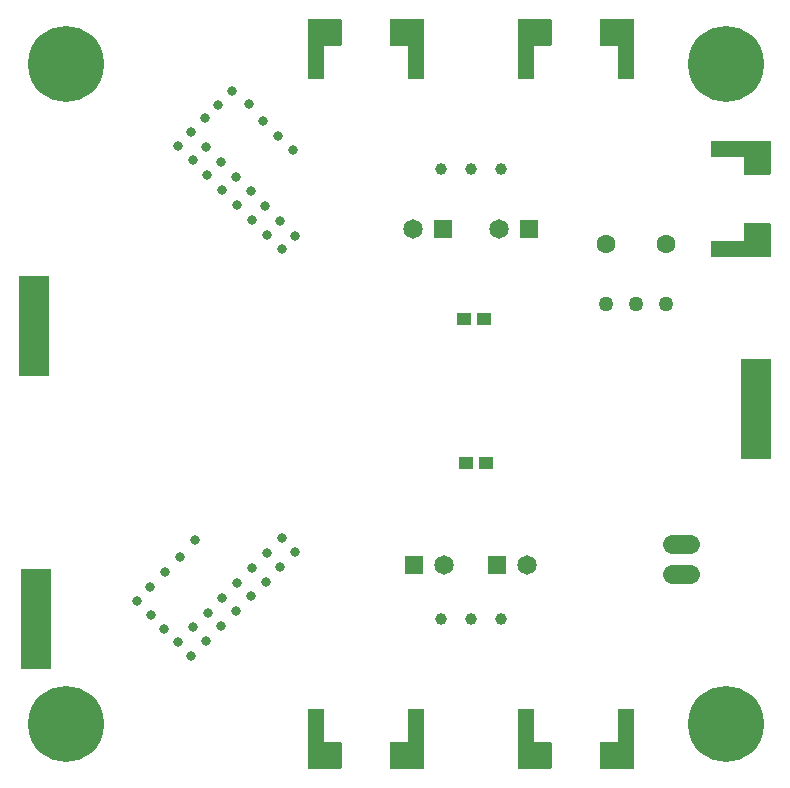
<source format=gbs>
G04 EAGLE Gerber RS-274X export*
G75*
%MOMM*%
%FSLAX34Y34*%
%LPD*%
%INSoldermask Bottom*%
%IPPOS*%
%AMOC8*
5,1,8,0,0,1.08239X$1,22.5*%
G01*
%ADD10R,1.176200X1.076200*%
%ADD11R,5.156200X1.346200*%
%ADD12R,1.346200X5.156200*%
%ADD13C,0.990600*%
%ADD14C,1.276200*%
%ADD15C,1.606200*%
%ADD16R,2.616200X8.458200*%
%ADD17C,1.576200*%
%ADD18R,1.646200X1.646200*%
%ADD19C,1.646200*%
%ADD20C,0.838200*%
%ADD21C,6.426200*%

G36*
X337557Y597043D02*
X337557Y597043D01*
X337676Y597050D01*
X337714Y597063D01*
X337755Y597068D01*
X337865Y597111D01*
X337978Y597148D01*
X338013Y597170D01*
X338050Y597185D01*
X338146Y597255D01*
X338247Y597318D01*
X338275Y597348D01*
X338308Y597371D01*
X338384Y597463D01*
X338465Y597550D01*
X338485Y597585D01*
X338510Y597616D01*
X338561Y597724D01*
X338619Y597828D01*
X338629Y597868D01*
X338646Y597904D01*
X338668Y598021D01*
X338698Y598136D01*
X338702Y598197D01*
X338706Y598217D01*
X338704Y598237D01*
X338708Y598297D01*
X338708Y633730D01*
X338693Y633848D01*
X338686Y633967D01*
X338673Y634005D01*
X338668Y634046D01*
X338625Y634156D01*
X338588Y634269D01*
X338566Y634304D01*
X338551Y634341D01*
X338482Y634437D01*
X338418Y634538D01*
X338388Y634566D01*
X338365Y634599D01*
X338273Y634675D01*
X338186Y634756D01*
X338151Y634776D01*
X338120Y634801D01*
X338012Y634852D01*
X337908Y634910D01*
X337868Y634920D01*
X337832Y634937D01*
X337715Y634959D01*
X337600Y634989D01*
X337540Y634993D01*
X337520Y634997D01*
X337499Y634995D01*
X337439Y634999D01*
X313690Y634999D01*
X313572Y634984D01*
X313453Y634977D01*
X313415Y634964D01*
X313374Y634959D01*
X313264Y634916D01*
X313151Y634879D01*
X313116Y634857D01*
X313079Y634842D01*
X312983Y634773D01*
X312882Y634709D01*
X312854Y634679D01*
X312821Y634656D01*
X312746Y634564D01*
X312664Y634477D01*
X312644Y634442D01*
X312619Y634411D01*
X312568Y634303D01*
X312510Y634199D01*
X312500Y634159D01*
X312483Y634123D01*
X312461Y634006D01*
X312431Y633891D01*
X312427Y633831D01*
X312423Y633811D01*
X312425Y633790D01*
X312421Y633730D01*
X312421Y613410D01*
X312436Y613292D01*
X312443Y613173D01*
X312456Y613135D01*
X312461Y613094D01*
X312504Y612984D01*
X312541Y612871D01*
X312563Y612836D01*
X312578Y612799D01*
X312648Y612703D01*
X312711Y612602D01*
X312741Y612574D01*
X312764Y612541D01*
X312856Y612466D01*
X312943Y612384D01*
X312978Y612364D01*
X313009Y612339D01*
X313117Y612288D01*
X313221Y612230D01*
X313261Y612220D01*
X313297Y612203D01*
X313414Y612181D01*
X313529Y612151D01*
X313590Y612147D01*
X313610Y612143D01*
X313630Y612145D01*
X313690Y612141D01*
X329693Y612141D01*
X329693Y598297D01*
X329708Y598179D01*
X329715Y598060D01*
X329728Y598022D01*
X329733Y597981D01*
X329776Y597871D01*
X329813Y597758D01*
X329835Y597723D01*
X329850Y597686D01*
X329920Y597590D01*
X329983Y597489D01*
X330013Y597461D01*
X330036Y597428D01*
X330128Y597353D01*
X330215Y597271D01*
X330250Y597251D01*
X330281Y597226D01*
X330389Y597175D01*
X330493Y597117D01*
X330533Y597107D01*
X330569Y597090D01*
X330686Y597068D01*
X330801Y597038D01*
X330862Y597034D01*
X330882Y597030D01*
X330902Y597032D01*
X330962Y597028D01*
X337439Y597028D01*
X337557Y597043D01*
G37*
G36*
X515357Y597043D02*
X515357Y597043D01*
X515476Y597050D01*
X515514Y597063D01*
X515555Y597068D01*
X515665Y597111D01*
X515778Y597148D01*
X515813Y597170D01*
X515850Y597185D01*
X515946Y597255D01*
X516047Y597318D01*
X516075Y597348D01*
X516108Y597371D01*
X516184Y597463D01*
X516265Y597550D01*
X516285Y597585D01*
X516310Y597616D01*
X516361Y597724D01*
X516419Y597828D01*
X516429Y597868D01*
X516446Y597904D01*
X516468Y598021D01*
X516498Y598136D01*
X516502Y598197D01*
X516506Y598217D01*
X516504Y598237D01*
X516508Y598297D01*
X516508Y633730D01*
X516493Y633848D01*
X516486Y633967D01*
X516473Y634005D01*
X516468Y634046D01*
X516425Y634156D01*
X516388Y634269D01*
X516366Y634304D01*
X516351Y634341D01*
X516282Y634437D01*
X516218Y634538D01*
X516188Y634566D01*
X516165Y634599D01*
X516073Y634675D01*
X515986Y634756D01*
X515951Y634776D01*
X515920Y634801D01*
X515812Y634852D01*
X515708Y634910D01*
X515668Y634920D01*
X515632Y634937D01*
X515515Y634959D01*
X515400Y634989D01*
X515340Y634993D01*
X515320Y634997D01*
X515299Y634995D01*
X515239Y634999D01*
X491490Y634999D01*
X491372Y634984D01*
X491253Y634977D01*
X491215Y634964D01*
X491174Y634959D01*
X491064Y634916D01*
X490951Y634879D01*
X490916Y634857D01*
X490879Y634842D01*
X490783Y634773D01*
X490682Y634709D01*
X490654Y634679D01*
X490621Y634656D01*
X490546Y634564D01*
X490464Y634477D01*
X490444Y634442D01*
X490419Y634411D01*
X490368Y634303D01*
X490310Y634199D01*
X490300Y634159D01*
X490283Y634123D01*
X490261Y634006D01*
X490231Y633891D01*
X490227Y633831D01*
X490223Y633811D01*
X490225Y633790D01*
X490221Y633730D01*
X490221Y613410D01*
X490236Y613292D01*
X490243Y613173D01*
X490256Y613135D01*
X490261Y613094D01*
X490304Y612984D01*
X490341Y612871D01*
X490363Y612836D01*
X490378Y612799D01*
X490448Y612703D01*
X490511Y612602D01*
X490541Y612574D01*
X490564Y612541D01*
X490656Y612466D01*
X490743Y612384D01*
X490778Y612364D01*
X490809Y612339D01*
X490917Y612288D01*
X491021Y612230D01*
X491061Y612220D01*
X491097Y612203D01*
X491214Y612181D01*
X491329Y612151D01*
X491390Y612147D01*
X491410Y612143D01*
X491430Y612145D01*
X491490Y612141D01*
X507493Y612141D01*
X507493Y598297D01*
X507508Y598179D01*
X507515Y598060D01*
X507528Y598022D01*
X507533Y597981D01*
X507576Y597871D01*
X507613Y597758D01*
X507635Y597723D01*
X507650Y597686D01*
X507720Y597590D01*
X507783Y597489D01*
X507813Y597461D01*
X507836Y597428D01*
X507928Y597353D01*
X508015Y597271D01*
X508050Y597251D01*
X508081Y597226D01*
X508189Y597175D01*
X508293Y597117D01*
X508333Y597107D01*
X508369Y597090D01*
X508486Y597068D01*
X508601Y597038D01*
X508662Y597034D01*
X508682Y597030D01*
X508702Y597032D01*
X508762Y597028D01*
X515239Y597028D01*
X515357Y597043D01*
G37*
G36*
X633848Y436007D02*
X633848Y436007D01*
X633967Y436014D01*
X634005Y436027D01*
X634046Y436032D01*
X634156Y436075D01*
X634269Y436112D01*
X634304Y436134D01*
X634341Y436149D01*
X634437Y436219D01*
X634538Y436282D01*
X634566Y436312D01*
X634599Y436335D01*
X634675Y436427D01*
X634756Y436514D01*
X634776Y436549D01*
X634801Y436580D01*
X634852Y436688D01*
X634910Y436792D01*
X634920Y436832D01*
X634937Y436868D01*
X634959Y436985D01*
X634989Y437100D01*
X634993Y437161D01*
X634997Y437181D01*
X634995Y437201D01*
X634999Y437261D01*
X634999Y461010D01*
X634984Y461128D01*
X634977Y461247D01*
X634964Y461285D01*
X634959Y461326D01*
X634916Y461436D01*
X634879Y461549D01*
X634857Y461584D01*
X634842Y461621D01*
X634773Y461717D01*
X634709Y461818D01*
X634679Y461846D01*
X634656Y461879D01*
X634564Y461955D01*
X634477Y462036D01*
X634442Y462056D01*
X634411Y462081D01*
X634303Y462132D01*
X634199Y462190D01*
X634159Y462200D01*
X634123Y462217D01*
X634006Y462239D01*
X633891Y462269D01*
X633831Y462273D01*
X633811Y462277D01*
X633790Y462275D01*
X633730Y462279D01*
X613410Y462279D01*
X613292Y462264D01*
X613173Y462257D01*
X613135Y462244D01*
X613094Y462239D01*
X612984Y462196D01*
X612871Y462159D01*
X612836Y462137D01*
X612799Y462122D01*
X612703Y462053D01*
X612602Y461989D01*
X612574Y461959D01*
X612541Y461936D01*
X612466Y461844D01*
X612384Y461757D01*
X612364Y461722D01*
X612339Y461691D01*
X612288Y461583D01*
X612230Y461479D01*
X612220Y461439D01*
X612203Y461403D01*
X612181Y461286D01*
X612151Y461171D01*
X612147Y461111D01*
X612143Y461091D01*
X612145Y461070D01*
X612141Y461010D01*
X612141Y445007D01*
X598297Y445007D01*
X598179Y444992D01*
X598060Y444985D01*
X598022Y444972D01*
X597981Y444967D01*
X597871Y444924D01*
X597758Y444887D01*
X597723Y444865D01*
X597686Y444850D01*
X597590Y444781D01*
X597489Y444717D01*
X597461Y444687D01*
X597428Y444664D01*
X597353Y444572D01*
X597271Y444485D01*
X597251Y444450D01*
X597226Y444419D01*
X597175Y444311D01*
X597117Y444207D01*
X597107Y444167D01*
X597090Y444131D01*
X597068Y444014D01*
X597038Y443899D01*
X597034Y443839D01*
X597030Y443819D01*
X597032Y443798D01*
X597028Y443738D01*
X597028Y437261D01*
X597043Y437143D01*
X597050Y437024D01*
X597063Y436986D01*
X597068Y436945D01*
X597111Y436835D01*
X597148Y436722D01*
X597170Y436687D01*
X597185Y436650D01*
X597255Y436554D01*
X597318Y436453D01*
X597348Y436425D01*
X597371Y436392D01*
X597463Y436317D01*
X597550Y436235D01*
X597585Y436215D01*
X597616Y436190D01*
X597724Y436139D01*
X597828Y436081D01*
X597868Y436071D01*
X597904Y436054D01*
X598021Y436032D01*
X598136Y436002D01*
X598197Y435998D01*
X598217Y435994D01*
X598237Y435996D01*
X598297Y435992D01*
X633730Y435992D01*
X633848Y436007D01*
G37*
G36*
X270628Y16D02*
X270628Y16D01*
X270747Y23D01*
X270785Y36D01*
X270826Y41D01*
X270936Y84D01*
X271049Y121D01*
X271084Y143D01*
X271121Y158D01*
X271217Y228D01*
X271318Y291D01*
X271346Y321D01*
X271379Y344D01*
X271455Y436D01*
X271536Y523D01*
X271556Y558D01*
X271581Y589D01*
X271632Y697D01*
X271690Y801D01*
X271700Y841D01*
X271717Y877D01*
X271739Y994D01*
X271769Y1109D01*
X271773Y1170D01*
X271777Y1190D01*
X271775Y1210D01*
X271779Y1270D01*
X271779Y21590D01*
X271764Y21708D01*
X271757Y21827D01*
X271744Y21865D01*
X271739Y21906D01*
X271696Y22016D01*
X271659Y22129D01*
X271637Y22164D01*
X271622Y22201D01*
X271553Y22297D01*
X271489Y22398D01*
X271459Y22426D01*
X271436Y22459D01*
X271344Y22535D01*
X271257Y22616D01*
X271222Y22636D01*
X271191Y22661D01*
X271083Y22712D01*
X270979Y22770D01*
X270939Y22780D01*
X270903Y22797D01*
X270786Y22819D01*
X270671Y22849D01*
X270611Y22853D01*
X270591Y22857D01*
X270570Y22855D01*
X270510Y22859D01*
X254507Y22859D01*
X254507Y36703D01*
X254492Y36821D01*
X254485Y36940D01*
X254472Y36978D01*
X254467Y37019D01*
X254424Y37129D01*
X254387Y37242D01*
X254365Y37277D01*
X254350Y37314D01*
X254281Y37410D01*
X254217Y37511D01*
X254187Y37539D01*
X254164Y37572D01*
X254072Y37648D01*
X253985Y37729D01*
X253950Y37749D01*
X253919Y37774D01*
X253811Y37825D01*
X253707Y37883D01*
X253667Y37893D01*
X253631Y37910D01*
X253514Y37932D01*
X253399Y37962D01*
X253339Y37966D01*
X253319Y37970D01*
X253298Y37968D01*
X253238Y37972D01*
X246761Y37972D01*
X246643Y37957D01*
X246524Y37950D01*
X246486Y37937D01*
X246445Y37932D01*
X246335Y37889D01*
X246222Y37852D01*
X246187Y37830D01*
X246150Y37815D01*
X246054Y37746D01*
X245953Y37682D01*
X245925Y37652D01*
X245892Y37629D01*
X245817Y37537D01*
X245735Y37450D01*
X245715Y37415D01*
X245690Y37384D01*
X245639Y37276D01*
X245581Y37172D01*
X245571Y37132D01*
X245554Y37096D01*
X245532Y36979D01*
X245502Y36864D01*
X245498Y36804D01*
X245494Y36784D01*
X245496Y36763D01*
X245492Y36703D01*
X245492Y1270D01*
X245507Y1152D01*
X245514Y1033D01*
X245527Y995D01*
X245532Y954D01*
X245575Y844D01*
X245612Y731D01*
X245634Y696D01*
X245649Y659D01*
X245719Y563D01*
X245782Y462D01*
X245812Y434D01*
X245835Y401D01*
X245927Y326D01*
X246014Y244D01*
X246049Y224D01*
X246080Y199D01*
X246188Y148D01*
X246292Y90D01*
X246332Y80D01*
X246368Y63D01*
X246485Y41D01*
X246600Y11D01*
X246661Y7D01*
X246681Y3D01*
X246701Y5D01*
X246761Y1D01*
X270510Y1D01*
X270628Y16D01*
G37*
G36*
X448428Y16D02*
X448428Y16D01*
X448547Y23D01*
X448585Y36D01*
X448626Y41D01*
X448736Y84D01*
X448849Y121D01*
X448884Y143D01*
X448921Y158D01*
X449017Y228D01*
X449118Y291D01*
X449146Y321D01*
X449179Y344D01*
X449255Y436D01*
X449336Y523D01*
X449356Y558D01*
X449381Y589D01*
X449432Y697D01*
X449490Y801D01*
X449500Y841D01*
X449517Y877D01*
X449539Y994D01*
X449569Y1109D01*
X449573Y1170D01*
X449577Y1190D01*
X449575Y1210D01*
X449579Y1270D01*
X449579Y21590D01*
X449564Y21708D01*
X449557Y21827D01*
X449544Y21865D01*
X449539Y21906D01*
X449496Y22016D01*
X449459Y22129D01*
X449437Y22164D01*
X449422Y22201D01*
X449353Y22297D01*
X449289Y22398D01*
X449259Y22426D01*
X449236Y22459D01*
X449144Y22535D01*
X449057Y22616D01*
X449022Y22636D01*
X448991Y22661D01*
X448883Y22712D01*
X448779Y22770D01*
X448739Y22780D01*
X448703Y22797D01*
X448586Y22819D01*
X448471Y22849D01*
X448411Y22853D01*
X448391Y22857D01*
X448370Y22855D01*
X448310Y22859D01*
X432307Y22859D01*
X432307Y36703D01*
X432292Y36821D01*
X432285Y36940D01*
X432272Y36978D01*
X432267Y37019D01*
X432224Y37129D01*
X432187Y37242D01*
X432165Y37277D01*
X432150Y37314D01*
X432081Y37410D01*
X432017Y37511D01*
X431987Y37539D01*
X431964Y37572D01*
X431872Y37648D01*
X431785Y37729D01*
X431750Y37749D01*
X431719Y37774D01*
X431611Y37825D01*
X431507Y37883D01*
X431467Y37893D01*
X431431Y37910D01*
X431314Y37932D01*
X431199Y37962D01*
X431139Y37966D01*
X431119Y37970D01*
X431098Y37968D01*
X431038Y37972D01*
X424561Y37972D01*
X424443Y37957D01*
X424324Y37950D01*
X424286Y37937D01*
X424245Y37932D01*
X424135Y37889D01*
X424022Y37852D01*
X423987Y37830D01*
X423950Y37815D01*
X423854Y37746D01*
X423753Y37682D01*
X423725Y37652D01*
X423692Y37629D01*
X423617Y37537D01*
X423535Y37450D01*
X423515Y37415D01*
X423490Y37384D01*
X423439Y37276D01*
X423381Y37172D01*
X423371Y37132D01*
X423354Y37096D01*
X423332Y36979D01*
X423302Y36864D01*
X423298Y36804D01*
X423294Y36784D01*
X423296Y36763D01*
X423292Y36703D01*
X423292Y1270D01*
X423307Y1152D01*
X423314Y1033D01*
X423327Y995D01*
X423332Y954D01*
X423375Y844D01*
X423412Y731D01*
X423434Y696D01*
X423449Y659D01*
X423519Y563D01*
X423582Y462D01*
X423612Y434D01*
X423635Y401D01*
X423727Y326D01*
X423814Y244D01*
X423849Y224D01*
X423880Y199D01*
X423988Y148D01*
X424092Y90D01*
X424132Y80D01*
X424168Y63D01*
X424285Y41D01*
X424400Y11D01*
X424461Y7D01*
X424481Y3D01*
X424501Y5D01*
X424561Y1D01*
X448310Y1D01*
X448428Y16D01*
G37*
G36*
X337557Y16D02*
X337557Y16D01*
X337676Y23D01*
X337714Y36D01*
X337755Y41D01*
X337865Y84D01*
X337978Y121D01*
X338013Y143D01*
X338050Y158D01*
X338146Y228D01*
X338247Y291D01*
X338275Y321D01*
X338308Y344D01*
X338384Y436D01*
X338465Y523D01*
X338485Y558D01*
X338510Y589D01*
X338561Y697D01*
X338619Y801D01*
X338629Y841D01*
X338646Y877D01*
X338668Y994D01*
X338698Y1109D01*
X338702Y1170D01*
X338706Y1190D01*
X338704Y1210D01*
X338708Y1270D01*
X338708Y30226D01*
X338693Y30344D01*
X338686Y30463D01*
X338673Y30501D01*
X338668Y30542D01*
X338625Y30652D01*
X338588Y30765D01*
X338566Y30800D01*
X338551Y30837D01*
X338482Y30933D01*
X338418Y31034D01*
X338388Y31062D01*
X338365Y31095D01*
X338273Y31171D01*
X338186Y31252D01*
X338151Y31272D01*
X338120Y31297D01*
X338012Y31348D01*
X337908Y31406D01*
X337868Y31416D01*
X337832Y31433D01*
X337715Y31455D01*
X337600Y31485D01*
X337540Y31489D01*
X337520Y31493D01*
X337499Y31491D01*
X337439Y31495D01*
X330962Y31495D01*
X330844Y31480D01*
X330725Y31473D01*
X330687Y31460D01*
X330646Y31455D01*
X330536Y31412D01*
X330423Y31375D01*
X330388Y31353D01*
X330351Y31338D01*
X330255Y31269D01*
X330154Y31205D01*
X330126Y31175D01*
X330093Y31152D01*
X330018Y31060D01*
X329936Y30973D01*
X329916Y30938D01*
X329891Y30907D01*
X329840Y30799D01*
X329782Y30695D01*
X329772Y30655D01*
X329755Y30619D01*
X329733Y30502D01*
X329703Y30387D01*
X329699Y30327D01*
X329695Y30307D01*
X329697Y30286D01*
X329693Y30226D01*
X329693Y22859D01*
X313690Y22859D01*
X313572Y22844D01*
X313453Y22837D01*
X313415Y22824D01*
X313374Y22819D01*
X313264Y22776D01*
X313151Y22739D01*
X313116Y22717D01*
X313079Y22702D01*
X312983Y22633D01*
X312882Y22569D01*
X312854Y22539D01*
X312821Y22516D01*
X312746Y22424D01*
X312664Y22337D01*
X312644Y22302D01*
X312619Y22271D01*
X312568Y22163D01*
X312510Y22059D01*
X312500Y22019D01*
X312483Y21983D01*
X312461Y21866D01*
X312431Y21751D01*
X312427Y21691D01*
X312423Y21671D01*
X312424Y21661D01*
X312423Y21659D01*
X312424Y21644D01*
X312421Y21590D01*
X312421Y1270D01*
X312436Y1152D01*
X312443Y1033D01*
X312456Y995D01*
X312461Y954D01*
X312504Y844D01*
X312541Y731D01*
X312563Y696D01*
X312578Y659D01*
X312648Y563D01*
X312711Y462D01*
X312741Y434D01*
X312764Y401D01*
X312856Y326D01*
X312943Y244D01*
X312978Y224D01*
X313009Y199D01*
X313117Y148D01*
X313221Y90D01*
X313261Y80D01*
X313297Y63D01*
X313414Y41D01*
X313529Y11D01*
X313590Y7D01*
X313610Y3D01*
X313630Y5D01*
X313690Y1D01*
X337439Y1D01*
X337557Y16D01*
G37*
G36*
X515357Y16D02*
X515357Y16D01*
X515476Y23D01*
X515514Y36D01*
X515555Y41D01*
X515665Y84D01*
X515778Y121D01*
X515813Y143D01*
X515850Y158D01*
X515946Y228D01*
X516047Y291D01*
X516075Y321D01*
X516108Y344D01*
X516184Y436D01*
X516265Y523D01*
X516285Y558D01*
X516310Y589D01*
X516361Y697D01*
X516419Y801D01*
X516429Y841D01*
X516446Y877D01*
X516468Y994D01*
X516498Y1109D01*
X516502Y1170D01*
X516506Y1190D01*
X516504Y1210D01*
X516508Y1270D01*
X516508Y30226D01*
X516493Y30344D01*
X516486Y30463D01*
X516473Y30501D01*
X516468Y30542D01*
X516425Y30652D01*
X516388Y30765D01*
X516366Y30800D01*
X516351Y30837D01*
X516282Y30933D01*
X516218Y31034D01*
X516188Y31062D01*
X516165Y31095D01*
X516073Y31171D01*
X515986Y31252D01*
X515951Y31272D01*
X515920Y31297D01*
X515812Y31348D01*
X515708Y31406D01*
X515668Y31416D01*
X515632Y31433D01*
X515515Y31455D01*
X515400Y31485D01*
X515340Y31489D01*
X515320Y31493D01*
X515299Y31491D01*
X515239Y31495D01*
X508762Y31495D01*
X508644Y31480D01*
X508525Y31473D01*
X508487Y31460D01*
X508446Y31455D01*
X508336Y31412D01*
X508223Y31375D01*
X508188Y31353D01*
X508151Y31338D01*
X508055Y31269D01*
X507954Y31205D01*
X507926Y31175D01*
X507893Y31152D01*
X507818Y31060D01*
X507736Y30973D01*
X507716Y30938D01*
X507691Y30907D01*
X507640Y30799D01*
X507582Y30695D01*
X507572Y30655D01*
X507555Y30619D01*
X507533Y30502D01*
X507503Y30387D01*
X507499Y30327D01*
X507495Y30307D01*
X507497Y30286D01*
X507493Y30226D01*
X507493Y22859D01*
X491490Y22859D01*
X491372Y22844D01*
X491253Y22837D01*
X491215Y22824D01*
X491174Y22819D01*
X491064Y22776D01*
X490951Y22739D01*
X490916Y22717D01*
X490879Y22702D01*
X490783Y22633D01*
X490682Y22569D01*
X490654Y22539D01*
X490621Y22516D01*
X490546Y22424D01*
X490464Y22337D01*
X490444Y22302D01*
X490419Y22271D01*
X490368Y22163D01*
X490310Y22059D01*
X490300Y22019D01*
X490283Y21983D01*
X490261Y21866D01*
X490231Y21751D01*
X490227Y21691D01*
X490223Y21671D01*
X490224Y21661D01*
X490223Y21659D01*
X490224Y21644D01*
X490221Y21590D01*
X490221Y1270D01*
X490236Y1152D01*
X490243Y1033D01*
X490256Y995D01*
X490261Y954D01*
X490304Y844D01*
X490341Y731D01*
X490363Y696D01*
X490378Y659D01*
X490448Y563D01*
X490511Y462D01*
X490541Y434D01*
X490564Y401D01*
X490656Y326D01*
X490743Y244D01*
X490778Y224D01*
X490809Y199D01*
X490917Y148D01*
X491021Y90D01*
X491061Y80D01*
X491097Y63D01*
X491214Y41D01*
X491329Y11D01*
X491390Y7D01*
X491410Y3D01*
X491430Y5D01*
X491490Y1D01*
X515239Y1D01*
X515357Y16D01*
G37*
G36*
X253356Y603520D02*
X253356Y603520D01*
X253475Y603527D01*
X253513Y603540D01*
X253554Y603545D01*
X253664Y603588D01*
X253777Y603625D01*
X253812Y603647D01*
X253849Y603662D01*
X253945Y603732D01*
X254046Y603795D01*
X254074Y603825D01*
X254107Y603848D01*
X254183Y603940D01*
X254264Y604027D01*
X254284Y604062D01*
X254309Y604093D01*
X254360Y604201D01*
X254418Y604305D01*
X254428Y604345D01*
X254445Y604381D01*
X254467Y604498D01*
X254497Y604613D01*
X254501Y604674D01*
X254505Y604694D01*
X254503Y604714D01*
X254507Y604774D01*
X254507Y612141D01*
X270510Y612141D01*
X270628Y612156D01*
X270747Y612163D01*
X270785Y612176D01*
X270826Y612181D01*
X270936Y612224D01*
X271049Y612261D01*
X271084Y612283D01*
X271121Y612298D01*
X271217Y612368D01*
X271318Y612431D01*
X271346Y612461D01*
X271379Y612484D01*
X271455Y612576D01*
X271536Y612663D01*
X271556Y612698D01*
X271581Y612729D01*
X271632Y612837D01*
X271690Y612941D01*
X271700Y612981D01*
X271717Y613017D01*
X271739Y613134D01*
X271769Y613249D01*
X271773Y613310D01*
X271777Y613330D01*
X271775Y613350D01*
X271779Y613410D01*
X271779Y633730D01*
X271764Y633848D01*
X271757Y633967D01*
X271744Y634005D01*
X271739Y634046D01*
X271696Y634156D01*
X271659Y634269D01*
X271637Y634304D01*
X271622Y634341D01*
X271553Y634437D01*
X271489Y634538D01*
X271459Y634566D01*
X271436Y634599D01*
X271344Y634675D01*
X271257Y634756D01*
X271222Y634776D01*
X271191Y634801D01*
X271083Y634852D01*
X270979Y634910D01*
X270939Y634920D01*
X270903Y634937D01*
X270786Y634959D01*
X270671Y634989D01*
X270611Y634993D01*
X270591Y634997D01*
X270570Y634995D01*
X270510Y634999D01*
X246761Y634999D01*
X246643Y634984D01*
X246524Y634977D01*
X246486Y634964D01*
X246445Y634959D01*
X246335Y634916D01*
X246222Y634879D01*
X246187Y634857D01*
X246150Y634842D01*
X246054Y634773D01*
X245953Y634709D01*
X245925Y634679D01*
X245892Y634656D01*
X245817Y634564D01*
X245735Y634477D01*
X245715Y634442D01*
X245690Y634411D01*
X245639Y634303D01*
X245581Y634199D01*
X245571Y634159D01*
X245554Y634123D01*
X245532Y634006D01*
X245502Y633891D01*
X245498Y633831D01*
X245494Y633811D01*
X245496Y633790D01*
X245492Y633730D01*
X245492Y604774D01*
X245507Y604656D01*
X245514Y604537D01*
X245527Y604499D01*
X245532Y604458D01*
X245575Y604348D01*
X245612Y604235D01*
X245634Y604200D01*
X245649Y604163D01*
X245719Y604067D01*
X245782Y603966D01*
X245812Y603938D01*
X245835Y603905D01*
X245927Y603830D01*
X246014Y603748D01*
X246049Y603728D01*
X246080Y603703D01*
X246188Y603652D01*
X246292Y603594D01*
X246332Y603584D01*
X246368Y603567D01*
X246485Y603545D01*
X246600Y603515D01*
X246661Y603511D01*
X246681Y603507D01*
X246701Y603509D01*
X246761Y603505D01*
X253238Y603505D01*
X253356Y603520D01*
G37*
G36*
X431156Y603520D02*
X431156Y603520D01*
X431275Y603527D01*
X431313Y603540D01*
X431354Y603545D01*
X431464Y603588D01*
X431577Y603625D01*
X431612Y603647D01*
X431649Y603662D01*
X431745Y603732D01*
X431846Y603795D01*
X431874Y603825D01*
X431907Y603848D01*
X431983Y603940D01*
X432064Y604027D01*
X432084Y604062D01*
X432109Y604093D01*
X432160Y604201D01*
X432218Y604305D01*
X432228Y604345D01*
X432245Y604381D01*
X432267Y604498D01*
X432297Y604613D01*
X432301Y604674D01*
X432305Y604694D01*
X432303Y604714D01*
X432307Y604774D01*
X432307Y612141D01*
X448310Y612141D01*
X448428Y612156D01*
X448547Y612163D01*
X448585Y612176D01*
X448626Y612181D01*
X448736Y612224D01*
X448849Y612261D01*
X448884Y612283D01*
X448921Y612298D01*
X449017Y612368D01*
X449118Y612431D01*
X449146Y612461D01*
X449179Y612484D01*
X449255Y612576D01*
X449336Y612663D01*
X449356Y612698D01*
X449381Y612729D01*
X449432Y612837D01*
X449490Y612941D01*
X449500Y612981D01*
X449517Y613017D01*
X449539Y613134D01*
X449569Y613249D01*
X449573Y613310D01*
X449577Y613330D01*
X449575Y613350D01*
X449579Y613410D01*
X449579Y633730D01*
X449564Y633848D01*
X449557Y633967D01*
X449544Y634005D01*
X449539Y634046D01*
X449496Y634156D01*
X449459Y634269D01*
X449437Y634304D01*
X449422Y634341D01*
X449353Y634437D01*
X449289Y634538D01*
X449259Y634566D01*
X449236Y634599D01*
X449144Y634675D01*
X449057Y634756D01*
X449022Y634776D01*
X448991Y634801D01*
X448883Y634852D01*
X448779Y634910D01*
X448739Y634920D01*
X448703Y634937D01*
X448586Y634959D01*
X448471Y634989D01*
X448411Y634993D01*
X448391Y634997D01*
X448370Y634995D01*
X448310Y634999D01*
X424561Y634999D01*
X424443Y634984D01*
X424324Y634977D01*
X424286Y634964D01*
X424245Y634959D01*
X424135Y634916D01*
X424022Y634879D01*
X423987Y634857D01*
X423950Y634842D01*
X423854Y634773D01*
X423753Y634709D01*
X423725Y634679D01*
X423692Y634656D01*
X423617Y634564D01*
X423535Y634477D01*
X423515Y634442D01*
X423490Y634411D01*
X423439Y634303D01*
X423381Y634199D01*
X423371Y634159D01*
X423354Y634123D01*
X423332Y634006D01*
X423302Y633891D01*
X423298Y633831D01*
X423294Y633811D01*
X423296Y633790D01*
X423292Y633730D01*
X423292Y604774D01*
X423307Y604656D01*
X423314Y604537D01*
X423327Y604499D01*
X423332Y604458D01*
X423375Y604348D01*
X423412Y604235D01*
X423434Y604200D01*
X423449Y604163D01*
X423519Y604067D01*
X423582Y603966D01*
X423612Y603938D01*
X423635Y603905D01*
X423727Y603830D01*
X423814Y603748D01*
X423849Y603728D01*
X423880Y603703D01*
X423988Y603652D01*
X424092Y603594D01*
X424132Y603584D01*
X424168Y603567D01*
X424285Y603545D01*
X424400Y603515D01*
X424461Y603511D01*
X424481Y603507D01*
X424501Y603509D01*
X424561Y603505D01*
X431038Y603505D01*
X431156Y603520D01*
G37*
G36*
X633848Y502936D02*
X633848Y502936D01*
X633967Y502943D01*
X634005Y502956D01*
X634046Y502961D01*
X634156Y503004D01*
X634269Y503041D01*
X634304Y503063D01*
X634341Y503078D01*
X634437Y503148D01*
X634538Y503211D01*
X634566Y503241D01*
X634599Y503264D01*
X634675Y503356D01*
X634756Y503443D01*
X634776Y503478D01*
X634801Y503509D01*
X634852Y503617D01*
X634910Y503721D01*
X634920Y503761D01*
X634937Y503797D01*
X634959Y503914D01*
X634989Y504029D01*
X634993Y504090D01*
X634997Y504110D01*
X634995Y504130D01*
X634999Y504190D01*
X634999Y527939D01*
X634984Y528057D01*
X634977Y528176D01*
X634964Y528214D01*
X634959Y528255D01*
X634916Y528365D01*
X634879Y528478D01*
X634857Y528513D01*
X634842Y528550D01*
X634773Y528646D01*
X634709Y528747D01*
X634679Y528775D01*
X634656Y528808D01*
X634564Y528884D01*
X634477Y528965D01*
X634442Y528985D01*
X634411Y529010D01*
X634303Y529061D01*
X634199Y529119D01*
X634159Y529129D01*
X634123Y529146D01*
X634006Y529168D01*
X633891Y529198D01*
X633831Y529202D01*
X633811Y529206D01*
X633790Y529204D01*
X633730Y529208D01*
X604774Y529208D01*
X604656Y529193D01*
X604537Y529186D01*
X604499Y529173D01*
X604458Y529168D01*
X604348Y529125D01*
X604235Y529088D01*
X604200Y529066D01*
X604163Y529051D01*
X604067Y528982D01*
X603966Y528918D01*
X603938Y528888D01*
X603905Y528865D01*
X603830Y528773D01*
X603748Y528686D01*
X603728Y528651D01*
X603703Y528620D01*
X603652Y528512D01*
X603594Y528408D01*
X603584Y528368D01*
X603567Y528332D01*
X603545Y528215D01*
X603515Y528100D01*
X603511Y528040D01*
X603507Y528020D01*
X603509Y527999D01*
X603505Y527939D01*
X603505Y521462D01*
X603520Y521344D01*
X603527Y521225D01*
X603540Y521187D01*
X603545Y521146D01*
X603588Y521036D01*
X603625Y520923D01*
X603647Y520888D01*
X603662Y520851D01*
X603732Y520755D01*
X603795Y520654D01*
X603825Y520626D01*
X603848Y520593D01*
X603940Y520518D01*
X604027Y520436D01*
X604062Y520416D01*
X604093Y520391D01*
X604201Y520340D01*
X604305Y520282D01*
X604345Y520272D01*
X604381Y520255D01*
X604498Y520233D01*
X604613Y520203D01*
X604674Y520199D01*
X604694Y520195D01*
X604714Y520197D01*
X604774Y520193D01*
X612141Y520193D01*
X612141Y504190D01*
X612156Y504072D01*
X612163Y503953D01*
X612176Y503915D01*
X612181Y503874D01*
X612224Y503764D01*
X612261Y503651D01*
X612283Y503616D01*
X612298Y503579D01*
X612368Y503483D01*
X612431Y503382D01*
X612461Y503354D01*
X612484Y503321D01*
X612576Y503246D01*
X612663Y503164D01*
X612698Y503144D01*
X612729Y503119D01*
X612837Y503068D01*
X612941Y503010D01*
X612981Y503000D01*
X613017Y502983D01*
X613134Y502961D01*
X613249Y502931D01*
X613310Y502927D01*
X613330Y502923D01*
X613350Y502925D01*
X613410Y502921D01*
X633730Y502921D01*
X633848Y502936D01*
G37*
D10*
X375548Y380746D03*
X392548Y380746D03*
X377072Y258826D03*
X394072Y258826D03*
D11*
X609600Y525145D03*
X609600Y440055D03*
D12*
X427355Y609600D03*
X512445Y609600D03*
X249555Y609600D03*
X334645Y609600D03*
X512445Y25400D03*
X427355Y25400D03*
X334645Y25400D03*
X249555Y25400D03*
D13*
X355600Y127000D03*
X381000Y127000D03*
X406400Y127000D03*
X406400Y508000D03*
X381000Y508000D03*
X355600Y508000D03*
D14*
X520700Y393700D03*
X495300Y393700D03*
X546100Y393700D03*
D15*
X546100Y444500D03*
X495300Y444500D03*
D16*
X11430Y374904D03*
X12700Y127000D03*
X622300Y304800D03*
D17*
X566300Y165100D02*
X551300Y165100D01*
X551300Y190500D02*
X566300Y190500D01*
D18*
X357378Y457200D03*
D19*
X331978Y457200D03*
D18*
X430276Y456946D03*
D19*
X404876Y456946D03*
D18*
X333248Y172720D03*
D19*
X358648Y172720D03*
D18*
X403098Y172212D03*
D19*
X428498Y172212D03*
D20*
X194616Y488876D03*
X207188Y476303D03*
X219761Y463731D03*
X232333Y451159D03*
X183121Y477381D03*
X195694Y464809D03*
X208266Y452236D03*
X220838Y439664D03*
X182044Y501448D03*
X169471Y514020D03*
X156899Y526593D03*
X144327Y539165D03*
X170549Y489953D03*
X157977Y502526D03*
X145404Y515098D03*
X132832Y527670D03*
X155821Y550660D03*
X167316Y562155D03*
X178990Y573829D03*
X192833Y562527D03*
X205405Y548684D03*
X217977Y536112D03*
X230550Y523539D03*
X132971Y107063D03*
X145543Y119635D03*
X158116Y132208D03*
X170688Y144780D03*
X183260Y157352D03*
X195833Y169925D03*
X208405Y182497D03*
X220977Y195069D03*
X144466Y95568D03*
X157038Y108141D03*
X169610Y120713D03*
X182183Y133285D03*
X194755Y145858D03*
X207327Y158430D03*
X219900Y171002D03*
X232472Y183575D03*
X121476Y118558D03*
X109981Y130052D03*
X98307Y141727D03*
X109609Y154299D03*
X122182Y166871D03*
X134754Y179444D03*
X147327Y193286D03*
D21*
X38100Y596900D03*
X596900Y596900D03*
X38100Y38100D03*
X596900Y38100D03*
M02*

</source>
